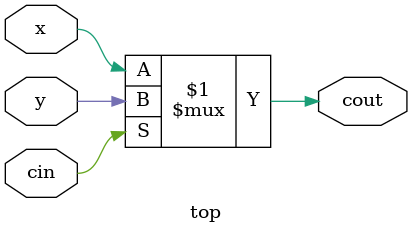
<source format=v>
module top
(
 input x,
 input y,
 input cin,
 output cout
 );

assign cout =  cin? y : x;

endmodule

</source>
